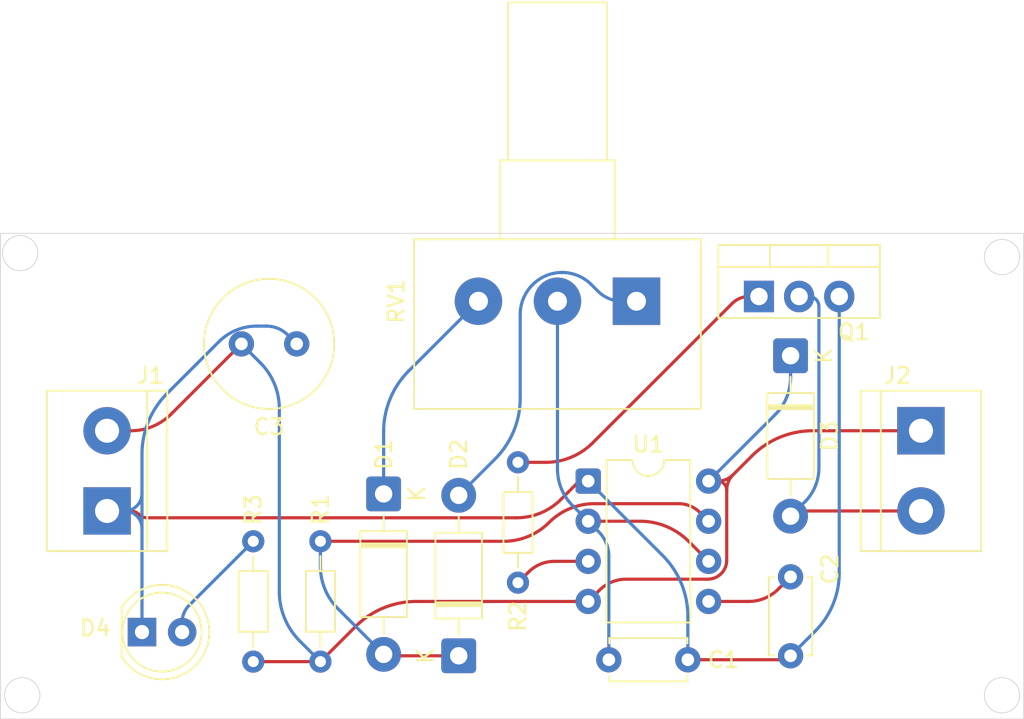
<source format=kicad_pcb>
(kicad_pcb (version 20241229) (generator "pcbnew") (generator_version "9.0")
  (layers (0 "F.Cu" signal) (2 "B.Cu" signal) (13 "F.Paste" user) (15 "B.Paste" user) (5 "F.SilkS" user "F.Silkscreen") (7 "B.SilkS" user "B.Silkscreen") (1 "F.Mask" user) (3 "B.Mask" user) (25 "Edge.Cuts" user))
  (net 0 "")
  (net 1 "GND")
  (net 2 "Net-(U1-THR)")
  (net 3 "Net-(U1-CV)")
  (net 4 "Net-(D3-K)")
  (net 5 "Net-(D1-A)")
  (net 6 "Net-(D1-K)")
  (net 7 "Net-(D2-A)")
  (net 8 "Net-(D3-A)")
  (net 9 "Net-(D4-A)")
  (net 10 "Net-(Q1-B)")
  (net 11 "Net-(U1-Q)")
  (footprint "Potentiometer_THT:Potentiometer_Alps_RK163_Single_Horizontal" (layer "F.Cu") (at 160.5 85.05 -90)
    (property "Reference" "RV1" (at 0 15.2 90) (layer "F.SilkS"))
    (property "Value" "100K")
    (fp_line (start -3.92 14.07) (end -3.92 -4.07) (stroke (width 0.12)) (layer "F.SilkS"))
    (fp_line (start 6.82 14.07) (end -3.92 14.07) (stroke (width 0.12)) (layer "F.SilkS"))
    (fp_line (start 6.82 14.07) (end 6.82 -4.07) (stroke (width 0.12)) (layer "F.SilkS"))
    (fp_line (start -8.92 8.62) (end -8.92 1.38) (stroke (width 0.12)) (layer "F.SilkS"))
    (fp_line (start -3.92 8.62) (end -8.92 8.62) (stroke (width 0.12)) (layer "F.SilkS"))
    (fp_line (start -18.92 8.12) (end -18.92 1.88) (stroke (width 0.12)) (layer "F.SilkS"))
    (fp_line (start -8.92 8.12) (end -18.92 8.12) (stroke (width 0.12)) (layer "F.SilkS"))
    (fp_line (start -8.92 1.88) (end -18.92 1.88) (stroke (width 0.12)) (layer "F.SilkS"))
    (fp_line (start -3.92 1.38) (end -8.92 1.38) (stroke (width 0.12)) (layer "F.SilkS"))
    (fp_line (start 6.82 -4.07) (end -3.92 -4.07) (stroke (width 0.12)) (layer "F.SilkS"))
    (pad "1" thru_hole rect (at 0 0 90) (size 3 3) (drill 1.2) (layers "*.Cu" "*.Mask") (net 7 "Net-(D2-A)"))
    (pad "2" thru_hole circle (at 0 5 90) (size 3 3) (drill 1.2) (layers "*.Cu" "*.Mask") (net 2 "Net-(U1-THR)"))
    (pad "3" thru_hole circle (at 0 10 90) (size 3 3) (drill 1.2) (layers "*.Cu" "*.Mask") (net 6 "Net-(D1-K)"))
  )
  (footprint "Capacitor_THT:C_Disc_D4.7mm_W2.5mm_P5.00mm" (layer "F.Cu") (at 170.25 102.5 -90)
    (property "Reference" "C2" (at -0.5 -2.5 90) (layer "F.SilkS"))
    (property "Value" "100nF")
    (fp_line (start 0.03 1.37) (end 4.97 1.37) (stroke (width 0.12)) (layer "F.SilkS"))
    (fp_line (start 0.03 1.04) (end 0.03 1.37) (stroke (width 0.12)) (layer "F.SilkS"))
    (fp_line (start 4.97 1.04) (end 4.97 1.37) (stroke (width 0.12)) (layer "F.SilkS"))
    (fp_line (start 0.03 -1.37) (end 0.03 -1.04) (stroke (width 0.12)) (layer "F.SilkS"))
    (fp_line (start 0.03 -1.37) (end 4.97 -1.37) (stroke (width 0.12)) (layer "F.SilkS"))
    (fp_line (start 4.97 -1.37) (end 4.97 -1.04) (stroke (width 0.12)) (layer "F.SilkS"))
    (pad "1" thru_hole circle (at 0 0 270) (size 1.6 1.6) (drill 0.8) (layers "*.Cu" "*.Mask") (net 3 "Net-(U1-CV)"))
    (pad "2" thru_hole circle (at 5 0 270) (size 1.6 1.6) (drill 0.8) (layers "*.Cu" "*.Mask") (net 1 "GND"))
  )
  (footprint "Diode_THT:D_DO-41_SOD81_P10.16mm_Horizontal" (layer "F.Cu") (at 149.25 107.5 90)
    (property "Reference" "D2" (at 12.75 0 90) (layer "F.SilkS"))
    (property "Value" "1N4007")
    (fp_line (start 3.38 -1.47) (end 3.38 1.47) (stroke (width 0.12)) (layer "F.SilkS"))
    (fp_line (start 3.26 -1.47) (end 3.26 1.47) (stroke (width 0.12)) (layer "F.SilkS"))
    (fp_line (start 3.14 -1.47) (end 3.14 1.47) (stroke (width 0.12)) (layer "F.SilkS"))
    (fp_line (start 8.82 0) (end 7.8 0) (stroke (width 0.12)) (layer "F.SilkS"))
    (fp_line (start 1.34 0) (end 2.36 0) (stroke (width 0.12)) (layer "F.SilkS"))
    (fp_rect (start 2.36 -1.47) (end 7.8 1.47) (stroke (width 0.12)) (fill no) (layer "F.SilkS"))
    (fp_text user "K" (at 0 -2.1 90) (layer "F.SilkS"))
    (pad "1" thru_hole roundrect (at 0 0 90) (size 2.2 2.2) (drill 1.1) (layers "*.Cu" "*.Mask") (roundrect_rratio 0.113636) (net 5 "Net-(D1-A)"))
    (pad "2" thru_hole circle (at 10.16 0 90) (size 2.2 2.2) (drill 1.1) (layers "*.Cu" "*.Mask") (net 7 "Net-(D2-A)"))
  )
  (footprint "Capacitor_THT:C_Radial_D8.0mm_H7.0mm_P3.50mm" (layer "F.Cu") (at 135.5 87.75)
    (property "Reference" "C3" (at 1.75 5.25 0) (layer "F.SilkS"))
    (property "Value" "1000uF")
    (fp_circle (center 1.75 0) (end 5.87 0) (stroke (width 0.12)) (fill no) (layer "F.SilkS"))
    (pad "1" thru_hole circle (at 0 0) (size 1.6 1.6) (drill 0.8) (layers "*.Cu" "*.Mask") (net 4 "Net-(D3-K)"))
    (pad "2" thru_hole circle (at 3.5 0) (size 1.6 1.6) (drill 0.8) (layers "*.Cu" "*.Mask") (net 1 "GND"))
  )
  (footprint "Diode_THT:D_DO-41_SOD81_P10.16mm_Horizontal" (layer "F.Cu") (at 170.25 88.5 -90)
    (property "Reference" "D3" (at 5.08 -2.47 90) (layer "F.SilkS"))
    (property "Value" "1N4007")
    (fp_line (start 1.34 0) (end 2.36 0) (stroke (width 0.12)) (layer "F.SilkS"))
    (fp_line (start 8.82 0) (end 7.8 0) (stroke (width 0.12)) (layer "F.SilkS"))
    (fp_line (start 3.14 -1.47) (end 3.14 1.47) (stroke (width 0.12)) (layer "F.SilkS"))
    (fp_line (start 3.26 -1.47) (end 3.26 1.47) (stroke (width 0.12)) (layer "F.SilkS"))
    (fp_line (start 3.38 -1.47) (end 3.38 1.47) (stroke (width 0.12)) (layer "F.SilkS"))
    (fp_rect (start 2.36 -1.47) (end 7.8 1.47) (stroke (width 0.12)) (fill no) (layer "F.SilkS"))
    (fp_text user "K" (at 0 -2.1 90) (layer "F.SilkS"))
    (pad "1" thru_hole roundrect (at 0 0 270) (size 2.2 2.2) (drill 1.1) (layers "*.Cu" "*.Mask") (roundrect_rratio 0.113636) (net 4 "Net-(D3-K)"))
    (pad "2" thru_hole circle (at 10.16 0 270) (size 2.2 2.2) (drill 1.1) (layers "*.Cu" "*.Mask") (net 8 "Net-(D3-A)"))
  )
  (footprint "TerminalBlock:TerminalBlock_bornier-2_P5.08mm" (layer "F.Cu") (at 127 98.33 90)
    (property "Reference" "J1" (at 8.58 2.75 180) (layer "F.SilkS"))
    (property "Value" "Screw_Terminal_01x02")
    (fp_line (start 7.62 -3.81) (end -2.54 -3.81) (stroke (width 0.12)) (layer "F.SilkS"))
    (fp_line (start -2.54 -3.81) (end -2.54 3.81) (stroke (width 0.12)) (layer "F.SilkS"))
    (fp_line (start 7.62 2.54) (end -2.54 2.54) (stroke (width 0.12)) (layer "F.SilkS"))
    (fp_line (start 7.62 3.81) (end 7.62 -3.81) (stroke (width 0.12)) (layer "F.SilkS"))
    (fp_line (start -2.54 3.81) (end 7.62 3.81) (stroke (width 0.12)) (layer "F.SilkS"))
    (pad "1" thru_hole rect (at 0 0 90) (size 3 3) (drill 1.52) (layers "*.Cu" "*.Mask") (net 1 "GND"))
    (pad "2" thru_hole circle (at 5.08 0 90) (size 3 3) (drill 1.52) (layers "*.Cu" "*.Mask") (net 4 "Net-(D3-K)"))
  )
  (footprint "Diode_THT:D_DO-41_SOD81_P10.16mm_Horizontal" (layer "F.Cu") (at 144.5 97.25 -90)
    (property "Reference" "D1" (at -2.5 0 90) (layer "F.SilkS"))
    (property "Value" "1N4007")
    (fp_line (start 1.34 0) (end 2.36 0) (stroke (width 0.12)) (layer "F.SilkS"))
    (fp_line (start 8.82 0) (end 7.8 0) (stroke (width 0.12)) (layer "F.SilkS"))
    (fp_line (start 3.14 -1.47) (end 3.14 1.47) (stroke (width 0.12)) (layer "F.SilkS"))
    (fp_line (start 3.26 -1.47) (end 3.26 1.47) (stroke (width 0.12)) (layer "F.SilkS"))
    (fp_line (start 3.38 -1.47) (end 3.38 1.47) (stroke (width 0.12)) (layer "F.SilkS"))
    (fp_rect (start 2.36 -1.47) (end 7.8 1.47) (stroke (width 0.12)) (fill no) (layer "F.SilkS"))
    (fp_text user "K" (at 0 -2.1 90) (layer "F.SilkS"))
    (pad "1" thru_hole roundrect (at 0 0 270) (size 2.2 2.2) (drill 1.1) (layers "*.Cu" "*.Mask") (roundrect_rratio 0.113636) (net 6 "Net-(D1-K)"))
    (pad "2" thru_hole circle (at 10.16 0 270) (size 2.2 2.2) (drill 1.1) (layers "*.Cu" "*.Mask") (net 5 "Net-(D1-A)"))
  )
  (footprint "Capacitor_THT:C_Disc_D4.7mm_W2.5mm_P5.00mm" (layer "F.Cu") (at 158.75 107.75)
    (property "Reference" "C1" (at 7.25 0 0) (layer "F.SilkS"))
    (property "Value" "100nF")
    (fp_line (start 0.03 -1.37) (end 0.03 -1.04) (stroke (width 0.12)) (layer "F.SilkS"))
    (fp_line (start 0.03 -1.37) (end 4.97 -1.37) (stroke (width 0.12)) (layer "F.SilkS"))
    (fp_line (start 0.03 1.04) (end 0.03 1.37) (stroke (width 0.12)) (layer "F.SilkS"))
    (fp_line (start 0.03 1.37) (end 4.97 1.37) (stroke (width 0.12)) (layer "F.SilkS"))
    (fp_line (start 4.97 -1.37) (end 4.97 -1.04) (stroke (width 0.12)) (layer "F.SilkS"))
    (fp_line (start 4.97 1.04) (end 4.97 1.37) (stroke (width 0.12)) (layer "F.SilkS"))
    (pad "1" thru_hole circle (at 0 0) (size 1.6 1.6) (drill 0.8) (layers "*.Cu" "*.Mask") (net 2 "Net-(U1-THR)"))
    (pad "2" thru_hole circle (at 5 0) (size 1.6 1.6) (drill 0.8) (layers "*.Cu" "*.Mask") (net 1 "GND"))
  )
  (footprint "Resistor_THT:R_Axial_DIN0204_L3.6mm_D1.6mm_P7.62mm_Horizontal" (layer "F.Cu") (at 140.5 107.87 90)
    (property "Reference" "R1" (at 9.62 0 90) (layer "F.SilkS"))
    (property "Value" "1K")
    (fp_line (start 6.68 0) (end 5.73 0) (stroke (width 0.12)) (layer "F.SilkS"))
    (fp_line (start 0.94 0) (end 1.89 0) (stroke (width 0.12)) (layer "F.SilkS"))
    (fp_rect (start 1.89 -0.92) (end 5.73 0.92) (stroke (width 0.12)) (fill no) (layer "F.SilkS"))
    (pad "1" thru_hole circle (at 0 0 90) (size 1.4 1.4) (drill 0.7) (layers "*.Cu" "*.Mask") (net 4 "Net-(D3-K)"))
    (pad "2" thru_hole circle (at 7.62 0 90) (size 1.4 1.4) (drill 0.7) (layers "*.Cu" "*.Mask") (net 5 "Net-(D1-A)"))
  )
  (footprint "LED_THT:LED_D5.0mm" (layer "F.Cu") (at 129.21 106)
    (property "Reference" "D4" (at -2.96 -0.25 0) (layer "F.SilkS"))
    (property "Value" "LED")
    (fp_line (start -1.29 -1.545) (end -1.29 1.545) (stroke (width 0.12)) (layer "F.SilkS"))
    (fp_arc (start -1.29 -1.54483) (mid 2.071779 -2.880495) (end 4.26 0) (stroke (width 0.12)) (layer "F.SilkS"))
    (fp_arc (start 4.26 0) (mid 2.071779 2.880495) (end -1.29 1.54483) (stroke (width 0.12)) (layer "F.SilkS"))
    (fp_circle (center 1.27 0) (end 3.77 0) (stroke (width 0.12)) (fill no) (layer "F.SilkS"))
    (pad "1" thru_hole rect (at 0 0) (size 1.8 1.8) (drill 0.9) (layers "*.Cu" "*.Mask") (net 1 "GND"))
    (pad "2" thru_hole circle (at 2.54 0) (size 1.8 1.8) (drill 0.9) (layers "*.Cu" "*.Mask") (net 9 "Net-(D4-A)"))
  )
  (footprint "Package_DIP:DIP-8_W7.62mm" (layer "F.Cu") (at 157.445 96.44)
    (property "Reference" "U1" (at 3.81 -2.33 0) (layer "F.SilkS"))
    (property "Value" "NE555P")
    (fp_line (start 1.16 -1.33) (end 1.16 8.95) (stroke (width 0.12)) (layer "F.SilkS"))
    (fp_line (start 1.16 8.95) (end 6.46 8.95) (stroke (width 0.12)) (layer "F.SilkS"))
    (fp_line (start 2.81 -1.33) (end 1.16 -1.33) (stroke (width 0.12)) (layer "F.SilkS"))
    (fp_line (start 6.46 -1.33) (end 4.81 -1.33) (stroke (width 0.12)) (layer "F.SilkS"))
    (fp_line (start 6.46 8.95) (end 6.46 -1.33) (stroke (width 0.12)) (layer "F.SilkS"))
    (fp_arc (start 4.81 -1.33) (mid 3.81 -0.33) (end 2.81 -1.33) (stroke (width 0.12)) (layer "F.SilkS"))
    (pad "1" thru_hole roundrect (at 0 0) (size 1.6 1.6) (drill 0.8) (layers "*.Cu" "*.Mask") (roundrect_rratio 0.15625) (net 1 "GND"))
    (pad "2" thru_hole circle (at 0 2.54) (size 1.6 1.6) (drill 0.8) (layers "*.Cu" "*.Mask") (net 2 "Net-(U1-THR)"))
    (pad "3" thru_hole circle (at 0 5.08) (size 1.6 1.6) (drill 0.8) (layers "*.Cu" "*.Mask") (net 11 "Net-(U1-Q)"))
    (pad "4" thru_hole circle (at 0 7.62) (size 1.6 1.6) (drill 0.8) (layers "*.Cu" "*.Mask") (net 4 "Net-(D3-K)"))
    (pad "5" thru_hole circle (at 7.62 7.62) (size 1.6 1.6) (drill 0.8) (layers "*.Cu" "*.Mask") (net 3 "Net-(U1-CV)"))
    (pad "6" thru_hole circle (at 7.62 5.08) (size 1.6 1.6) (drill 0.8) (layers "*.Cu" "*.Mask") (net 2 "Net-(U1-THR)"))
    (pad "7" thru_hole circle (at 7.62 2.54) (size 1.6 1.6) (drill 0.8) (layers "*.Cu" "*.Mask") (net 5 "Net-(D1-A)"))
    (pad "8" thru_hole circle (at 7.62 0) (size 1.6 1.6) (drill 0.8) (layers "*.Cu" "*.Mask") (net 4 "Net-(D3-K)"))
  )
  (footprint "TerminalBlock:TerminalBlock_bornier-2_P5.08mm" (layer "F.Cu") (at 178.5 93.25 -90)
    (property "Reference" "J2" (at -3.5 1.5 0) (layer "F.SilkS"))
    (property "Value" "Screw_Terminal_01x02")
    (fp_line (start -2.54 3.81) (end 7.62 3.81) (stroke (width 0.12)) (layer "F.SilkS"))
    (fp_line (start 7.62 3.81) (end 7.62 -3.81) (stroke (width 0.12)) (layer "F.SilkS"))
    (fp_line (start 7.62 2.54) (end -2.54 2.54) (stroke (width 0.12)) (layer "F.SilkS"))
    (fp_line (start -2.54 -3.81) (end -2.54 3.81) (stroke (width 0.12)) (layer "F.SilkS"))
    (fp_line (start 7.62 -3.81) (end -2.54 -3.81) (stroke (width 0.12)) (layer "F.SilkS"))
    (pad "1" thru_hole rect (at 0 0 270) (size 3 3) (drill 1.52) (layers "*.Cu" "*.Mask") (net 4 "Net-(D3-K)"))
    (pad "2" thru_hole circle (at 5.08 0 270) (size 3 3) (drill 1.52) (layers "*.Cu" "*.Mask") (net 8 "Net-(D3-A)"))
  )
  (footprint "Resistor_THT:R_Axial_DIN0204_L3.6mm_D1.6mm_P7.62mm_Horizontal" (layer "F.Cu") (at 136.25 107.87 90)
    (property "Reference" "R3" (at 9.62 0 90) (layer "F.SilkS"))
    (property "Value" "2.2K")
    (fp_line (start 6.68 0) (end 5.73 0) (stroke (width 0.12)) (layer "F.SilkS"))
    (fp_line (start 0.94 0) (end 1.89 0) (stroke (width 0.12)) (layer "F.SilkS"))
    (fp_rect (start 1.89 -0.92) (end 5.73 0.92) (stroke (width 0.12)) (fill no) (layer "F.SilkS"))
    (pad "1" thru_hole circle (at 0 0 90) (size 1.4 1.4) (drill 0.7) (layers "*.Cu" "*.Mask") (net 4 "Net-(D3-K)"))
    (pad "2" thru_hole circle (at 7.62 0 90) (size 1.4 1.4) (drill 0.7) (layers "*.Cu" "*.Mask") (net 9 "Net-(D4-A)"))
  )
  (footprint "Package_TO_SOT_THT:TO-220-3_Vertical" (layer "F.Cu") (at 168.25 84.75)
    (property "Reference" "Q1" (at 6 2.25 0) (layer "F.SilkS"))
    (property "Value" "TIP122")
    (fp_line (start -2.57 -3.26) (end -2.57 1.36) (stroke (width 0.12)) (layer "F.SilkS"))
    (fp_line (start -2.57 -3.26) (end 7.65 -3.26) (stroke (width 0.12)) (layer "F.SilkS"))
    (fp_line (start -2.57 -1.88) (end 7.65 -1.88) (stroke (width 0.12)) (layer "F.SilkS"))
    (fp_line (start -2.57 1.36) (end 7.65 1.36) (stroke (width 0.12)) (layer "F.SilkS"))
    (fp_line (start 0.69 -3.26) (end 0.69 -1.88) (stroke (width 0.12)) (layer "F.SilkS"))
    (fp_line (start 4.39 -3.26) (end 4.39 -1.88) (stroke (width 0.12)) (layer "F.SilkS"))
    (fp_line (start 7.65 -3.26) (end 7.65 1.36) (stroke (width 0.12)) (layer "F.SilkS"))
    (pad "1" thru_hole rect (at 0 0) (size 1.905 2) (drill 1.1) (layers "*.Cu" "*.Mask") (net 10 "Net-(Q1-B)"))
    (pad "2" thru_hole oval (at 2.54 0) (size 1.905 2) (drill 1.1) (layers "*.Cu" "*.Mask") (net 8 "Net-(D3-A)"))
    (pad "3" thru_hole oval (at 5.08 0) (size 1.905 2) (drill 1.1) (layers "*.Cu" "*.Mask") (net 1 "GND"))
  )
  (footprint "Resistor_THT:R_Axial_DIN0204_L3.6mm_D1.6mm_P7.62mm_Horizontal" (layer "F.Cu") (at 153 102.87 90)
    (property "Reference" "R2" (at -2.13 0 90) (layer "F.SilkS"))
    (property "Value" "1K")
    (fp_line (start 6.68 0) (end 5.73 0) (stroke (width 0.12)) (layer "F.SilkS"))
    (fp_line (start 0.94 0) (end 1.89 0) (stroke (width 0.12)) (layer "F.SilkS"))
    (fp_rect (start 1.89 -0.92) (end 5.73 0.92) (stroke (width 0.12)) (fill no) (layer "F.SilkS"))
    (pad "1" thru_hole circle (at 0 0 90) (size 1.4 1.4) (drill 0.7) (layers "*.Cu" "*.Mask") (net 11 "Net-(U1-Q)"))
    (pad "2" thru_hole circle (at 7.62 0 90) (size 1.4 1.4) (drill 0.7) (layers "*.Cu" "*.Mask") (net 10 "Net-(Q1-B)"))
  )
  (gr_circle (center 183.631966 110) (end 182.631966 109.5) (stroke (width 0.05)) (fill no) (layer "Edge.Cuts"))
  (gr_rect (start 120.25 80.75) (end 185 111.5) (stroke (width 0.05)) (fill no) (layer "Edge.Cuts"))
  (gr_circle (center 121.631966 110) (end 120.631966 109.5) (stroke (width 0.05)) (fill no) (layer "Edge.Cuts"))
  (gr_circle (center 183.631966 82.25) (end 182.631966 81.75) (stroke (width 0.05)) (fill no) (layer "Edge.Cuts"))
  (gr_circle (center 121.5 82) (end 120.5 81.5) (stroke (width 0.05)) (fill no) (layer "Edge.Cuts"))
  (segment (start 170.125 107.625) (end 170.25 107.5) (width 0.2) (layer "F.Cu") (net 1))
  (segment (start 155.716499 97.600499) (end 156.676181 96.640818) (width 0.2) (layer "F.Cu") (net 1))
  (segment (start 152.914805 98.761) (end 129.537463 98.761) (width 0.2) (layer "F.Cu") (net 1))
  (segment (start 157.161 96.44) (end 157.445 96.44) (width 0.2) (layer "F.Cu") (net 1))
  (segment (start 169.823223 107.75) (end 163.75 107.75) (width 0.2) (layer "F.Cu") (net 1))
  (segment (start 128.496936 98.33) (end 127 98.33) (width 0.2) (layer "F.Cu") (net 1))
  (arc (start 170.125 107.625) (mid 169.986543 107.717513) (end 169.823223 107.75) (width 0.2) (layer "F.Cu") (net 1))
  (arc (start 129.0172 98.5455) (mid 128.778501 98.386006) (end 128.496936 98.33) (width 0.2) (layer "F.Cu") (net 1))
  (arc (start 129.0172 98.5455) (mid 129.255898 98.704993) (end 129.537463 98.761) (width 0.2) (layer "F.Cu") (net 1))
  (arc (start 155.716499 97.600499) (mid 154.431071 98.459395) (end 152.914805 98.761) (width 0.2) (layer "F.Cu") (net 1))
  (arc (start 157.161 96.44) (mid 156.898618 96.49219) (end 156.676181 96.640818) (width 0.2) (layer "F.Cu") (net 1))
  (segment (start 130.803792 90.885207) (end 134.072039 87.61696) (width 0.2) (layer "B.Cu") (net 1))
  (segment (start 138.43695 87.18695) (end 139 87.75) (width 0.2) (layer "B.Cu") (net 1))
  (segment (start 129.21 97.225) (end 129.21 99.435) (width 0.2) (layer "B.Cu") (net 1))
  (segment (start 136.4695 86.6239) (end 137.077627 86.6239) (width 0.2) (layer "B.Cu") (net 1))
  (segment (start 162.156207 101.151207) (end 157.445 96.44) (width 0.2) (layer "B.Cu") (net 1))
  (segment (start 129.21 99.435) (end 129.21 106) (width 0.2) (layer "B.Cu") (net 1))
  (segment (start 171.79 105.96) (end 170.25 107.5) (width 0.2) (layer "B.Cu") (net 1))
  (segment (start 128.105 98.33) (end 127 98.33) (width 0.2) (layer "B.Cu") (net 1))
  (segment (start 129.21 94.732963) (end 129.21 97.225) (width 0.2) (layer "B.Cu") (net 1))
  (segment (start 163.75 104.998963) (end 163.75 107.75) (width 0.2) (layer "B.Cu") (net 1))
  (segment (start 173.33 102.242111) (end 173.33 84.75) (width 0.2) (layer "B.Cu") (net 1))
  (arc (start 130.803792 90.885207) (mid 129.624213 92.650572) (end 129.21 94.732963) (width 0.2) (layer "B.Cu") (net 1))
  (arc (start 173.33 102.242111) (mid 172.929767 104.254218) (end 171.79 105.96) (width 0.2) (layer "B.Cu") (net 1))
  (arc (start 138.43695 87.18695) (mid 137.813287 86.770231) (end 137.077627 86.6239) (width 0.2) (layer "B.Cu") (net 1))
  (arc (start 129.21 99.435) (mid 128.886352 98.653647) (end 128.105 98.33) (width 0.2) (layer "B.Cu") (net 1))
  (arc (start 128.105 98.33) (mid 128.886352 98.006352) (end 129.21 97.225) (width 0.2) (layer "B.Cu") (net 1))
  (arc (start 162.156207 101.151207) (mid 163.335786 102.916572) (end 163.75 104.998963) (width 0.2) (layer "B.Cu") (net 1))
  (arc (start 136.4695 86.6239) (mid 135.172003 86.881987) (end 134.072039 87.61696) (width 0.2) (layer "B.Cu") (net 1))
  (segment (start 163.795 100.25) (end 165.065 101.52) (width 0.2) (layer "F.Cu") (net 2))
  (segment (start 160.728948 98.98) (end 157.445 98.98) (width 0.2) (layer "F.Cu") (net 2))
  (arc (start 163.795 100.25) (mid 162.388283 99.310062) (end 160.728948 98.98) (width 0.2) (layer "F.Cu") (net 2))
  (segment (start 158.75 101.207774) (end 158.75 107.75) (width 0.2) (layer "B.Cu") (net 2))
  (segment (start 155.5 95.659677) (end 155.5 85.05) (width 0.2) (layer "B.Cu") (net 2))
  (segment (start 158.0975 99.6325) (end 157.445 98.98) (width 0.2) (layer "B.Cu") (net 2))
  (segment (start 157.445 98.98) (end 156.4725 98.0075) (width 0.2) (layer "B.Cu") (net 2))
  (arc (start 155.5 95.659677) (mid 155.752744 96.930309) (end 156.4725 98.0075) (width 0.2) (layer "B.Cu") (net 2))
  (arc (start 158.0975 99.6325) (mid 158.58042 100.355241) (end 158.75 101.207774) (width 0.2) (layer "B.Cu") (net 2))
  (segment (start 169.47 103.28) (end 170.25 102.5) (width 0.2) (layer "F.Cu") (net 3))
  (segment (start 167.586913 104.06) (end 165.065 104.06) (width 0.2) (layer "F.Cu") (net 3))
  (arc (start 169.47 103.28) (mid 168.606032 103.857284) (end 167.586913 104.06) (width 0.2) (layer "F.Cu") (net 3))
  (segment (start 128.5 93.25) (end 127 93.25) (width 0.2) (layer "F.Cu") (net 4))
  (segment (start 140.5 107.87) (end 142.716207 105.653792) (width 0.2) (layer "F.Cu") (net 4))
  (segment (start 159.854751 102.6484) (end 165.012388 102.6484) (width 0.2) (layer "F.Cu") (net 4))
  (segment (start 131.06066 92.189339) (end 135.5 87.75) (width 0.2) (layer "F.Cu") (net 4))
  (segment (start 158.1508 103.3542) (end 157.445 104.06) (width 0.2) (layer "F.Cu") (net 4))
  (segment (start 140.5 107.87) (end 136.25 107.87) (width 0.2) (layer "F.Cu") (net 4))
  (segment (start 166.613329 96.03557) (end 167.805107 94.843792) (width 0.2) (layer "F.Cu") (net 4))
  (segment (start 157.445 104.06) (end 146.563963 104.06) (width 0.2) (layer "F.Cu") (net 4))
  (segment (start 171.652863 93.25) (end 178.5 93.25) (width 0.2) (layer "F.Cu") (net 4))
  (segment (start 165.63695 96.44) (end 165.065 96.44) (width 0.2) (layer "F.Cu") (net 4))
  (segment (start 166.2089 97.01195) (end 166.2089 101.451888) (width 0.2) (layer "F.Cu") (net 4))
  (arc (start 146.563963 104.06) (mid 144.481572 104.474213) (end 142.716207 105.653792) (width 0.2) (layer "F.Cu") (net 4))
  (arc (start 165.85845 102.29795) (mid 165.470273 102.557321) (end 165.012388 102.6484) (width 0.2) (layer "F.Cu") (net 4))
  (arc (start 171.652863 93.25) (mid 169.570472 93.664213) (end 167.805107 94.843792) (width 0.2) (layer "F.Cu") (net 4))
  (arc (start 166.613329 96.03557) (mid 166.314007 96.483537) (end 166.2089 97.01195) (width 0.2) (layer "F.Cu") (net 4))
  (arc (start 166.2089 97.01195) (mid 166.041379 96.60752) (end 165.63695 96.44) (width 0.2) (layer "F.Cu") (net 4))
  (arc (start 165.63695 96.44) (mid 166.165362 96.334892) (end 166.613329 96.03557) (width 0.2) (layer "F.Cu") (net 4))
  (arc (start 131.06066 92.189339) (mid 129.885819 92.974343) (end 128.5 93.25) (width 0.2) (layer "F.Cu") (net 4))
  (arc (start 166.2089 101.451888) (mid 166.117821 101.909773) (end 165.85845 102.29795) (width 0.2) (layer "F.Cu") (net 4))
  (arc (start 159.854751 102.6484) (mid 158.932579 102.831831) (end 158.1508 103.3542) (width 0.2) (layer "F.Cu") (net 4))
  (segment (start 169.27596 92.229039) (end 165.065 96.44) (width 0.2) (layer "B.Cu") (net 4))
  (segment (start 137.8998 91.846714) (end 137.8998 103.43118) (width 0.2) (layer "B.Cu") (net 4))
  (segment (start 139.1999 106.5699) (end 140.5 107.87) (width 0.2) (layer "B.Cu") (net 4))
  (segment (start 136.6999 88.9499) (end 135.5 87.75) (width 0.2) (layer "B.Cu") (net 4))
  (segment (start 170.25 89.8775) (end 170.25 88.5) (width 0.2) (layer "B.Cu") (net 4))
  (arc (start 136.6999 88.9499) (mid 137.587956 90.278969) (end 137.8998 91.846714) (width 0.2) (layer "B.Cu") (net 4))
  (arc (start 170.25 89.8775) (mid 169.996855 91.150143) (end 169.27596 92.229039) (width 0.2) (layer "B.Cu") (net 4))
  (arc (start 137.8998 103.43118) (mid 138.237684 105.129843) (end 139.1999 106.5699) (width 0.2) (layer "B.Cu") (net 4))
  (segment (start 152.092708 100.25) (end 140.5 100.25) (width 0.2) (layer "F.Cu") (net 5))
  (segment (start 144.653639 107.5) (end 149.25 107.5) (width 0.2) (layer "F.Cu") (net 5))
  (segment (start 163.168233 97.8689) (end 157.841191 97.8689) (width 0.2) (layer "F.Cu") (net 5))
  (segment (start 164.50945 98.42445) (end 165.065 98.98) (width 0.2) (layer "F.Cu") (net 5))
  (segment (start 144.545 107.455) (end 144.5 107.41) (width 0.2) (layer "F.Cu") (net 5))
  (arc (start 164.50945 98.42445) (mid 163.894094 98.013282) (end 163.168233 97.8689) (width 0.2) (layer "F.Cu") (net 5))
  (arc (start 144.545 107.455) (mid 144.594844 107.488304) (end 144.653639 107.5) (width 0.2) (layer "F.Cu") (net 5))
  (arc (start 154.96695 99.05945) (mid 153.648236 99.940586) (end 152.092708 100.25) (width 0.2) (layer "F.Cu") (net 5))
  (arc (start 157.841191 97.8689) (mid 156.285663 98.178313) (end 154.96695 99.05945) (width 0.2) (layer "F.Cu") (net 5))
  (segment (start 141.617228 104.527228) (end 144.5 107.41) (width 0.2) (layer "B.Cu") (net 5))
  (segment (start 140.5 101.83) (end 140.5 100.25) (width 0.2) (layer "B.Cu") (net 5))
  (arc (start 140.5 101.83) (mid 140.790358 103.289729) (end 141.617228 104.527228) (width 0.2) (layer "B.Cu") (net 5))
  (segment (start 146.093792 89.456207) (end 150.5 85.05) (width 0.2) (layer "B.Cu") (net 6))
  (segment (start 144.5 93.303963) (end 144.5 97.25) (width 0.2) (layer "B.Cu") (net 6))
  (arc (start 146.093792 89.456207) (mid 144.914213 91.221572) (end 144.5 93.303963) (width 0.2) (layer "B.Cu") (net 6))
  (segment (start 159.59915 85.05) (end 160.5 85.05) (width 0.2) (layer "B.Cu") (net 7))
  (segment (start 151.547807 95.042192) (end 149.25 97.34) (width 0.2) (layer "B.Cu") (net 7))
  (segment (start 153.1416 85.894542) (end 153.1416 91.194436) (width 0.2) (layer "B.Cu") (net 7))
  (segment (start 153.922699 84.008799) (end 153.935811 83.995688) (width 0.2) (layer "B.Cu") (net 7))
  (segment (start 158.061302 84.413002) (end 157.643988 83.995688) (width 0.2) (layer "B.Cu") (net 7))
  (arc (start 153.1416 91.194436) (mid 152.727386 93.276826) (end 151.547807 95.042192) (width 0.2) (layer "B.Cu") (net 7))
  (arc (start 153.922699 84.008799) (mid 153.344601 84.873985) (end 153.1416 85.894542) (width 0.2) (layer "B.Cu") (net 7))
  (arc (start 158.061302 84.413002) (mid 158.766872 84.884449) (end 159.59915 85.05) (width 0.2) (layer "B.Cu") (net 7))
  (arc (start 155.7899 83.2277) (mid 154.786474 83.427293) (end 153.935811 83.995688) (width 0.2) (layer "B.Cu") (net 7))
  (arc (start 157.643988 83.995688) (mid 156.793325 83.427293) (end 155.7899 83.2277) (width 0.2) (layer "B.Cu") (net 7))
  (segment (start 170.415 98.495) (end 170.25 98.66) (width 0.2) (layer "F.Cu") (net 8))
  (segment (start 170.813345 98.33) (end 178.5 98.33) (width 0.2) (layer "F.Cu") (net 8))
  (arc (start 170.813345 98.33) (mid 170.597762 98.372882) (end 170.415 98.495) (width 0.2) (layer "F.Cu") (net 8))
  (segment (start 171.1471 97.7629) (end 170.25 98.66) (width 0.2) (layer "B.Cu") (net 8))
  (segment (start 172.0442 85.3771) (end 172.0442 95.597109) (width 0.2) (layer "B.Cu") (net 8))
  (segment (start 171.4171 84.75) (end 170.79 84.75) (width 0.2) (layer "B.Cu") (net 8))
  (arc (start 172.0442 85.3771) (mid 171.860526 84.933673) (end 171.4171 84.75) (width 0.2) (layer "B.Cu") (net 8))
  (arc (start 172.0442 95.597109) (mid 171.811051 96.769226) (end 171.1471 97.7629) (width 0.2) (layer "B.Cu") (net 8))
  (segment (start 131.75 105.375) (end 131.75 106) (width 0.2) (layer "B.Cu") (net 9))
  (segment (start 132.191941 104.308058) (end 136.25 100.25) (width 0.2) (layer "B.Cu") (net 9))
  (arc (start 132.191941 104.308058) (mid 131.864856 104.797575) (end 131.75 105.375) (width 0.2) (layer "B.Cu") (net 9))
  (segment (start 166.552373 85.193426) (end 157.731751 94.014048) (width 0.2) (layer "F.Cu") (net 10))
  (segment (start 167.6229 84.75) (end 168.25 84.75) (width 0.2) (layer "F.Cu") (net 10))
  (segment (start 154.7479 95.25) (end 153 95.25) (width 0.2) (layer "F.Cu") (net 10))
  (arc (start 167.6229 84.75) (mid 167.043535 84.865242) (end 166.552373 85.193426) (width 0.2) (layer "F.Cu") (net 10))
  (arc (start 157.731751 94.014048) (mid 156.362748 94.928786) (end 154.7479 95.25) (width 0.2) (layer "F.Cu") (net 10))
  (segment (start 153.675 102.195) (end 153 102.87) (width 0.2) (layer "F.Cu") (net 11))
  (segment (start 155.304594 101.52) (end 157.445 101.52) (width 0.2) (layer "F.Cu") (net 11))
  (arc (start 155.304594 101.52) (mid 154.422664 101.695426) (end 153.675 102.195) (width 0.2) (layer "F.Cu") (net 11))
)
</source>
